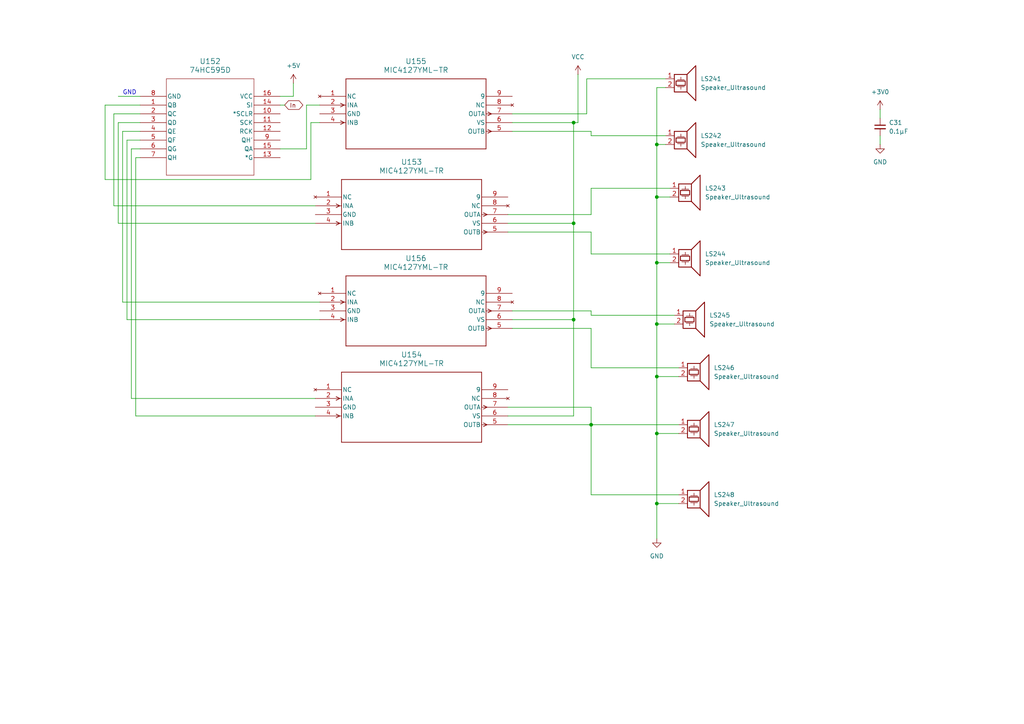
<source format=kicad_sch>
(kicad_sch (version 20250114) (generator "eeschema") (generator_version "9.0")
  (paper "A4")
  (lib_symbols
    (symbol "2025-12-28_09-02-17:MIC4127YML-TR" (pin_names (offset 0.254))
      (property "Reference" "U" (at 27.94 10.16 0))
      (property "Value" "MIC4127YML-TR" (at 27.94 7.62 0))
      (symbol "MIC4127YML-TR_0_1"
        (polyline (pts (xy 7.0993 -2.54) (xy 6.0579 -2.0193)) (stroke (width 0.2032)))
        (polyline (pts (xy 7.0993 -2.54) (xy 6.0579 -3.0607)) (stroke (width 0.2032)))
        (polyline (pts (xy 7.0993 -7.62) (xy 6.0579 -7.0993)) (stroke (width 0.2032)))
        (polyline (pts (xy 7.0993 -7.62) (xy 6.0579 -8.1407)) (stroke (width 0.2032)))
        (polyline (pts (xy 7.62 5.08) (xy 7.62 -15.24)) (stroke (width 0.2032)))
        (polyline (pts (xy 7.62 -15.24) (xy 48.26 -15.24)) (stroke (width 0.2032)))
        (polyline (pts (xy 48.26 5.08) (xy 7.62 5.08)) (stroke (width 0.2032)))
        (polyline (pts (xy 48.26 -15.24) (xy 48.26 5.08)) (stroke (width 0.2032)))
        (polyline (pts (xy 48.7807 -4.5593) (xy 49.8221 -5.08)) (stroke (width 0.2032)))
        (polyline (pts (xy 48.7807 -5.6007) (xy 49.8221 -5.08)) (stroke (width 0.2032)))
        (polyline (pts (xy 48.7807 -9.6393) (xy 49.8221 -10.16)) (stroke (width 0.2032)))
        (polyline (pts (xy 48.7807 -10.6807) (xy 49.8221 -10.16)) (stroke (width 0.2032)))
        (pin no_connect line (at 0 0 0) (length 7.62) (name "NC") (number "1"))
        (pin input line (at 0 -2.54 0) (length 7.62) (name "INA") (number "2"))
        (pin power_in line (at 0 -5.08 0) (length 7.62) (name "GND") (number "3"))
        (pin input line (at 0 -7.62 0) (length 7.62) (name "INB") (number "4"))
        (pin unspecified line (at 55.88 0 180) (length 7.62) (name "9") (number "9"))
        (pin no_connect line (at 55.88 -2.54 180) (length 7.62) (name "NC") (number "8"))
        (pin output line (at 55.88 -5.08 180) (length 7.62) (name "OUTA") (number "7"))
        (pin power_in line (at 55.88 -7.62 180) (length 7.62) (name "VS") (number "6"))
        (pin output line (at 55.88 -10.16 180) (length 7.62) (name "OUTB") (number "5"))
      )
    )
    (symbol "2025-12-28_09-22-42:74HC595D" (pin_names (offset 0.254))
      (property "Reference" "U" (at 20.32 10.16 0))
      (property "Value" "74HC595D" (at 20.32 7.62 0))
      (symbol "74HC595D_0_1"
        (polyline (pts (xy 7.62 5.08) (xy 7.62 -22.86)) (stroke (width 0.127)))
        (polyline (pts (xy 7.62 -22.86) (xy 33.02 -22.86)) (stroke (width 0.127)))
        (polyline (pts (xy 33.02 5.08) (xy 7.62 5.08)) (stroke (width 0.127)))
        (polyline (pts (xy 33.02 -22.86) (xy 33.02 5.08)) (stroke (width 0.127)))
        (pin power_out line (at 0 0 0) (length 7.62) (name "GND") (number "8"))
        (pin output line (at 0 -2.54 0) (length 7.62) (name "QB") (number "1"))
        (pin output line (at 0 -5.08 0) (length 7.62) (name "QC") (number "2"))
        (pin output line (at 0 -7.62 0) (length 7.62) (name "QD") (number "3"))
        (pin output line (at 0 -10.16 0) (length 7.62) (name "QE") (number "4"))
        (pin output line (at 0 -12.7 0) (length 7.62) (name "QF") (number "5"))
        (pin output line (at 0 -15.24 0) (length 7.62) (name "QG") (number "6"))
        (pin output line (at 0 -17.78 0) (length 7.62) (name "QH") (number "7"))
        (pin power_in line (at 40.64 0 180) (length 7.62) (name "VCC") (number "16"))
        (pin input line (at 40.64 -2.54 180) (length 7.62) (name "SI") (number "14"))
        (pin input line (at 40.64 -5.08 180) (length 7.62) (name "*SCLR") (number "10"))
        (pin input line (at 40.64 -7.62 180) (length 7.62) (name "SCK") (number "11"))
        (pin input line (at 40.64 -10.16 180) (length 7.62) (name "RCK") (number "12"))
        (pin output line (at 40.64 -12.7 180) (length 7.62) (name "QH'") (number "9"))
        (pin output line (at 40.64 -15.24 180) (length 7.62) (name "QA") (number "15"))
        (pin input line (at 40.64 -17.78 180) (length 7.62) (name "*G") (number "13"))
      )
    )
    (symbol "Device:C_Small" (pin_numbers (hide yes)) (pin_names (offset 0.254) (hide yes))
      (property "Reference" "C" (at 0.254 1.778 0))
      (property "Value" "C_Small" (at 0.254 -2.032 0))
      (symbol "C_Small_0_1"
        (polyline (pts (xy -1.524 0.508) (xy 1.524 0.508)) (stroke (width 0.3048)))
        (polyline (pts (xy -1.524 -0.508) (xy 1.524 -0.508)) (stroke (width 0.3302)))
      )
      (symbol "C_Small_1_1"
        (pin passive line (at 0 2.54 270) (length 2.032) (name "~") (number "1"))
        (pin passive line (at 0 -2.54 90) (length 2.032) (name "~") (number "2"))
      )
    )
    (symbol "Device:Speaker_Ultrasound" (pin_names (offset 0) (hide yes))
      (property "Reference" "LS" (at 0.635 5.715 0))
      (property "Value" "Speaker_Ultrasound" (at 0.635 3.81 0))
      (symbol "Speaker_Ultrasound_0_0"
        (rectangle (start -2.54 1.27) (end 1.143 -3.81) (stroke (width 0.254)))
        (rectangle (start -2.032 -0.635) (end 0.635 -1.905) (stroke (width 0.254)))
        (polyline (pts (xy -1.651 -0.254) (xy 0.381 -0.254)))
        (polyline (pts (xy -1.651 -2.286) (xy 0.381 -2.286)))
        (polyline (pts (xy -0.635 -0.254) (xy -0.635 0.508)))
        (polyline (pts (xy -0.635 -2.286) (xy -0.635 -3.048)))
        (polyline (pts (xy 1.143 1.27) (xy 3.683 3.81) (xy 3.683 -6.35) (xy 1.143 -3.81)) (stroke (width 0.254)))
      )
      (symbol "Speaker_Ultrasound_1_1"
        (pin input line (at -5.08 0 0) (length 2.54) (name "1") (number "1"))
        (pin input line (at -5.08 -2.54 0) (length 2.54) (name "2") (number "2"))
      )
    )
    (symbol "power:+3V0" (power) (pin_numbers (hide yes)) (pin_names (offset 0) (hide yes))
      (property "Value" "+3V0" (at 0 3.556 0))
      (symbol "+3V0_0_1"
        (polyline (pts (xy -0.762 1.27) (xy 0 2.54)))
        (polyline (pts (xy 0 2.54) (xy 0.762 1.27)))
        (polyline (pts (xy 0 0) (xy 0 2.54)))
      )
      (symbol "+3V0_1_1"
        (pin power_in line (at 0 0 90) (length 0) (name "~") (number "1"))
      )
    )
    (symbol "power:+5V" (power) (pin_numbers (hide yes)) (pin_names (offset 0) (hide yes))
      (property "Value" "+5V" (at 0 3.556 0))
      (symbol "+5V_0_1"
        (polyline (pts (xy -0.762 1.27) (xy 0 2.54)))
        (polyline (pts (xy 0 2.54) (xy 0.762 1.27)))
        (polyline (pts (xy 0 0) (xy 0 2.54)))
      )
      (symbol "+5V_1_1"
        (pin power_in line (at 0 0 90) (length 0) (name "~") (number "1"))
      )
    )
    (symbol "power:GND" (power) (pin_numbers (hide yes)) (pin_names (offset 0) (hide yes))
      (property "Value" "GND" (at 0 -3.81 0))
      (symbol "GND_0_1"
        (polyline (pts (xy 0 0) (xy 0 -1.27) (xy 1.27 -1.27) (xy 0 -2.54) (xy -1.27 -1.27) (xy 0 -1.27)))
      )
      (symbol "GND_1_1"
        (pin power_in line (at 0 0 270) (length 0) (name "~") (number "1"))
      )
    )
    (symbol "power:VCC" (power) (pin_numbers (hide yes)) (pin_names (offset 0) (hide yes))
      (property "Value" "VCC" (at 0 3.556 0))
      (symbol "VCC_0_1"
        (polyline (pts (xy -0.762 1.27) (xy 0 2.54)))
        (polyline (pts (xy 0 2.54) (xy 0.762 1.27)))
        (polyline (pts (xy 0 0) (xy 0 2.54)))
      )
      (symbol "VCC_1_1"
        (pin power_in line (at 0 0 90) (length 0) (name "~") (number "1"))
      )
    )
  )
  (text "GND" (at 37.592 26.924 0) (effects (font (size 1.27 1.27))))
  (junction (at 190.5 125.73))
  (junction (at 190.5 146.05))
  (junction (at 166.37 92.71))
  (junction (at 190.5 57.15))
  (junction (at 190.5 93.98))
  (junction (at 190.5 41.91))
  (junction (at 171.45 123.19))
  (junction (at 166.37 64.77))
  (junction (at 190.5 76.2))
  (junction (at 190.5 109.22))
  (junction (at 166.37 35.56))
  (wire (pts (xy 171.45 90.17) (xy 171.45 91.44)))
  (wire (pts (xy 190.5 109.22) (xy 196.85 109.22)))
  (wire (pts (xy 33.02 33.02) (xy 33.02 59.69)))
  (wire (pts (xy 39.37 120.65) (xy 91.44 120.65)))
  (wire (pts (xy 88.9 30.48) (xy 92.71 30.48)))
  (wire (pts (xy 85.09 24.13) (xy 85.09 27.94)))
  (wire (pts (xy 148.59 33.02) (xy 170.18 33.02)))
  (wire (pts (xy 190.5 76.2) (xy 190.5 93.98)))
  (wire (pts (xy 171.45 143.51) (xy 196.85 143.51)))
  (wire (pts (xy 147.32 64.77) (xy 166.37 64.77)))
  (wire (pts (xy 81.28 27.94) (xy 85.09 27.94)))
  (wire (pts (xy 38.1 43.18) (xy 38.1 115.57)))
  (wire (pts (xy 193.04 25.4) (xy 190.5 25.4)))
  (wire (pts (xy 166.37 64.77) (xy 166.37 92.71)))
  (wire (pts (xy 34.29 27.94) (xy 40.64 27.94)))
  (wire (pts (xy 33.02 59.69) (xy 91.44 59.69)))
  (wire (pts (xy 171.45 39.37) (xy 193.04 39.37)))
  (wire (pts (xy 148.59 92.71) (xy 166.37 92.71)))
  (wire (pts (xy 255.27 31.75) (xy 255.27 34.29)))
  (wire (pts (xy 35.56 87.63) (xy 92.71 87.63)))
  (wire (pts (xy 148.59 95.25) (xy 171.45 95.25)))
  (wire (pts (xy 190.5 57.15) (xy 190.5 76.2)))
  (wire (pts (xy 34.29 64.77) (xy 91.44 64.77)))
  (wire (pts (xy 196.85 146.05) (xy 190.5 146.05)))
  (wire (pts (xy 147.32 123.19) (xy 171.45 123.19)))
  (wire (pts (xy 190.5 146.05) (xy 190.5 156.21)))
  (wire (pts (xy 40.64 38.1) (xy 35.56 38.1)))
  (wire (pts (xy 190.5 109.22) (xy 190.5 125.73)))
  (wire (pts (xy 36.83 40.64) (xy 36.83 92.71)))
  (wire (pts (xy 88.9 43.18) (xy 88.9 30.48)))
  (wire (pts (xy 148.59 38.1) (xy 171.45 38.1)))
  (wire (pts (xy 90.17 52.07) (xy 90.17 35.56)))
  (wire (pts (xy 171.45 118.11) (xy 171.45 123.19)))
  (wire (pts (xy 190.5 76.2) (xy 194.31 76.2)))
  (wire (pts (xy 40.64 40.64) (xy 36.83 40.64)))
  (wire (pts (xy 147.32 62.23) (xy 171.45 62.23)))
  (wire (pts (xy 81.28 30.48) (xy 82.55 30.48)))
  (wire (pts (xy 35.56 38.1) (xy 35.56 87.63)))
  (wire (pts (xy 81.28 43.18) (xy 88.9 43.18)))
  (wire (pts (xy 90.17 35.56) (xy 92.71 35.56)))
  (wire (pts (xy 170.18 22.86) (xy 193.04 22.86)))
  (wire (pts (xy 166.37 35.56) (xy 167.64 35.56)))
  (wire (pts (xy 190.5 25.4) (xy 190.5 41.91)))
  (wire (pts (xy 167.64 21.59) (xy 167.64 35.56)))
  (wire (pts (xy 166.37 35.56) (xy 166.37 64.77)))
  (wire (pts (xy 170.18 33.02) (xy 170.18 22.86)))
  (wire (pts (xy 34.29 35.56) (xy 34.29 64.77)))
  (wire (pts (xy 38.1 115.57) (xy 91.44 115.57)))
  (wire (pts (xy 190.5 93.98) (xy 195.58 93.98)))
  (wire (pts (xy 36.83 92.71) (xy 92.71 92.71)))
  (wire (pts (xy 147.32 67.31) (xy 171.45 67.31)))
  (wire (pts (xy 40.64 43.18) (xy 38.1 43.18)))
  (wire (pts (xy 148.59 90.17) (xy 171.45 90.17)))
  (wire (pts (xy 171.45 54.61) (xy 194.31 54.61)))
  (wire (pts (xy 148.59 35.56) (xy 166.37 35.56)))
  (wire (pts (xy 40.64 30.48) (xy 30.48 30.48)))
  (wire (pts (xy 171.45 67.31) (xy 171.45 73.66)))
  (wire (pts (xy 255.27 39.37) (xy 255.27 41.91)))
  (wire (pts (xy 171.45 123.19) (xy 196.85 123.19)))
  (wire (pts (xy 171.45 95.25) (xy 171.45 106.68)))
  (wire (pts (xy 40.64 33.02) (xy 33.02 33.02)))
  (wire (pts (xy 171.45 106.68) (xy 196.85 106.68)))
  (wire (pts (xy 171.45 38.1) (xy 171.45 39.37)))
  (wire (pts (xy 190.5 57.15) (xy 194.31 57.15)))
  (wire (pts (xy 147.32 120.65) (xy 166.37 120.65)))
  (wire (pts (xy 30.48 52.07) (xy 90.17 52.07)))
  (wire (pts (xy 171.45 73.66) (xy 194.31 73.66)))
  (wire (pts (xy 190.5 125.73) (xy 196.85 125.73)))
  (wire (pts (xy 171.45 62.23) (xy 171.45 54.61)))
  (wire (pts (xy 147.32 118.11) (xy 171.45 118.11)))
  (wire (pts (xy 40.64 45.72) (xy 39.37 45.72)))
  (wire (pts (xy 171.45 91.44) (xy 195.58 91.44)))
  (wire (pts (xy 166.37 92.71) (xy 166.37 120.65)))
  (wire (pts (xy 40.64 35.56) (xy 34.29 35.56)))
  (wire (pts (xy 39.37 45.72) (xy 39.37 120.65)))
  (wire (pts (xy 190.5 41.91) (xy 193.04 41.91)))
  (wire (pts (xy 190.5 41.91) (xy 190.5 57.15)))
  (wire (pts (xy 190.5 93.98) (xy 190.5 109.22)))
  (wire (pts (xy 30.48 30.48) (xy 30.48 52.07)))
  (wire (pts (xy 190.5 125.73) (xy 190.5 146.05)))
  (wire (pts (xy 171.45 123.19) (xy 171.45 143.51)))
  (global_label "In" (shape bidirectional) (at 82.55 30.48 0) (property "Intersheetrefs" "${INTERSHEET_REFS}" (effects (hide yes))))
  (symbol (lib_id "Device:Speaker_Ultrasound") (at 199.39 54.61 0) (unit 1)
    (property "Reference" "LS243" (at 204.47 54.6099 0) (effects (justify left)))
    (property "Value" "Speaker_Ultrasound" (at 204.47 57.1499 0) (effects (justify left)))
    (property "Description" "Ultrasonic transducer" (effects (hide yes)))
  )
  (symbol (lib_id "power:GND") (at 190.5 156.21 0) (unit 1)
    (property "Reference" "#PWR0153" (effects (hide yes)))
    (property "Value" "GND" (at 190.5 161.29 0))
    (property "Description" "Power symbol creates a global label with name \"GND\" , ground" (effects (hide yes)))
  )
  (symbol (lib_id "Device:C_Small") (at 255.27 36.83 0) (unit 1)
    (property "Reference" "C31" (at 257.81 35.5662 0) (effects (justify left)))
    (property "Value" "0.1μF" (at 257.81 38.1062 0) (effects (justify left)))
    (property "Description" "Unpolarized capacitor, small symbol" (effects (hide yes)))
  )
  (symbol (lib_id "Device:Speaker_Ultrasound") (at 201.93 143.51 0) (unit 1)
    (property "Reference" "LS248" (at 207.01 143.5099 0) (effects (justify left)))
    (property "Value" "Speaker_Ultrasound" (at 207.01 146.0499 0) (effects (justify left)))
    (property "Description" "Ultrasonic transducer" (effects (hide yes)))
  )
  (symbol (lib_id "Device:Speaker_Ultrasound") (at 199.39 73.66 0) (unit 1)
    (property "Reference" "LS244" (at 204.47 73.6599 0) (effects (justify left)))
    (property "Value" "Speaker_Ultrasound" (at 204.47 76.1999 0) (effects (justify left)))
    (property "Description" "Ultrasonic transducer" (effects (hide yes)))
  )
  (symbol (lib_id "2025-12-28_09-02-17:MIC4127YML-TR") (at 92.71 27.94 0) (unit 1)
    (property "Reference" "U155" (at 120.65 17.78 0) (effects (font (size 1.524 1.524))))
    (property "Value" "MIC4127YML-TR" (at 120.65 20.32 0) (effects (font (size 1.524 1.524))))
    (property "Footprint" "MLF-8_ML_MCH" (effects (hide yes)))
    (property "Datasheet" "MIC4127YML-TR" (effects (hide yes)))
  )
  (symbol (lib_id "Device:Speaker_Ultrasound") (at 198.12 22.86 0) (unit 1)
    (property "Reference" "LS241" (at 203.2 22.8599 0) (effects (justify left)))
    (property "Value" "Speaker_Ultrasound" (at 203.2 25.3999 0) (effects (justify left)))
    (property "Description" "Ultrasonic transducer" (effects (hide yes)))
  )
  (symbol (lib_id "power:GND") (at 255.27 41.91 0) (unit 1)
    (property "Reference" "#PWR0155" (effects (hide yes)))
    (property "Value" "GND" (at 255.27 46.99 0))
    (property "Description" "Power symbol creates a global label with name \"GND\" , ground" (effects (hide yes)))
  )
  (symbol (lib_id "2025-12-28_09-02-17:MIC4127YML-TR") (at 91.44 57.15 0) (unit 1)
    (property "Reference" "U153" (at 119.38 46.99 0) (effects (font (size 1.524 1.524))))
    (property "Value" "MIC4127YML-TR" (at 119.38 49.53 0) (effects (font (size 1.524 1.524))))
    (property "Footprint" "MLF-8_ML_MCH" (effects (hide yes)))
    (property "Datasheet" "MIC4127YML-TR" (effects (hide yes)))
  )
  (symbol (lib_id "Device:Speaker_Ultrasound") (at 201.93 123.19 0) (unit 1)
    (property "Reference" "LS247" (at 207.01 123.1899 0) (effects (justify left)))
    (property "Value" "Speaker_Ultrasound" (at 207.01 125.7299 0) (effects (justify left)))
    (property "Description" "Ultrasonic transducer" (effects (hide yes)))
  )
  (symbol (lib_id "2025-12-28_09-02-17:MIC4127YML-TR") (at 91.44 113.03 0) (unit 1)
    (property "Reference" "U154" (at 119.38 102.87 0) (effects (font (size 1.524 1.524))))
    (property "Value" "MIC4127YML-TR" (at 119.38 105.41 0) (effects (font (size 1.524 1.524))))
    (property "Footprint" "MLF-8_ML_MCH" (effects (hide yes)))
    (property "Datasheet" "MIC4127YML-TR" (effects (hide yes)))
  )
  (symbol (lib_id "Device:Speaker_Ultrasound") (at 200.66 91.44 0) (unit 1)
    (property "Reference" "LS245" (at 205.74 91.4399 0) (effects (justify left)))
    (property "Value" "Speaker_Ultrasound" (at 205.74 93.9799 0) (effects (justify left)))
    (property "Description" "Ultrasonic transducer" (effects (hide yes)))
  )
  (symbol (lib_id "2025-12-28_09-02-17:MIC4127YML-TR") (at 92.71 85.09 0) (unit 1)
    (property "Reference" "U156" (at 120.65 74.93 0) (effects (font (size 1.524 1.524))))
    (property "Value" "MIC4127YML-TR" (at 120.65 77.47 0) (effects (font (size 1.524 1.524))))
    (property "Footprint" "MLF-8_ML_MCH" (effects (hide yes)))
    (property "Datasheet" "MIC4127YML-TR" (effects (hide yes)))
  )
  (symbol (lib_id "Device:Speaker_Ultrasound") (at 201.93 106.68 0) (unit 1)
    (property "Reference" "LS246" (at 207.01 106.6799 0) (effects (justify left)))
    (property "Value" "Speaker_Ultrasound" (at 207.01 109.2199 0) (effects (justify left)))
    (property "Description" "Ultrasonic transducer" (effects (hide yes)))
  )
  (symbol (lib_id "power:+3V0") (at 255.27 31.75 0) (unit 1)
    (property "Reference" "#PWR0154" (effects (hide yes)))
    (property "Value" "+3V0" (at 255.27 26.67 0))
    (property "Description" "Power symbol creates a global label with name \"+3V0\"" (effects (hide yes)))
  )
  (symbol (lib_id "Device:Speaker_Ultrasound") (at 198.12 39.37 0) (unit 1)
    (property "Reference" "LS242" (at 203.2 39.3699 0) (effects (justify left)))
    (property "Value" "Speaker_Ultrasound" (at 203.2 41.9099 0) (effects (justify left)))
    (property "Description" "Ultrasonic transducer" (effects (hide yes)))
  )
  (symbol (lib_id "power:+5V") (at 85.09 24.13 0) (unit 1)
    (property "Reference" "#PWR0151" (effects (hide yes)))
    (property "Value" "+5V" (at 85.09 19.05 0))
    (property "Description" "Power symbol creates a global label with name \"+5V\"" (effects (hide yes)))
  )
  (symbol (lib_id "power:VCC") (at 167.64 21.59 0) (unit 1)
    (property "Reference" "#PWR0152" (effects (hide yes)))
    (property "Value" "VCC" (at 167.64 16.51 0))
    (property "Description" "Power symbol creates a global label with name \"VCC\"" (effects (hide yes)))
  )
  (symbol (lib_id "2025-12-28_09-22-42:74HC595D") (at 40.64 27.94 0) (unit 1)
    (property "Reference" "U152" (at 60.96 17.78 0) (effects (font (size 1.524 1.524))))
    (property "Value" "74HC595D" (at 60.96 20.32 0) (effects (font (size 1.524 1.524))))
    (property "Footprint" "SOIC16_TOS" (effects (hide yes)))
    (property "Datasheet" "https://toshiba.semicon-storage.com/info/docget.jsp?did=36768&prodName=74HC595D" (effects (hide yes)))
  )
)
</source>
